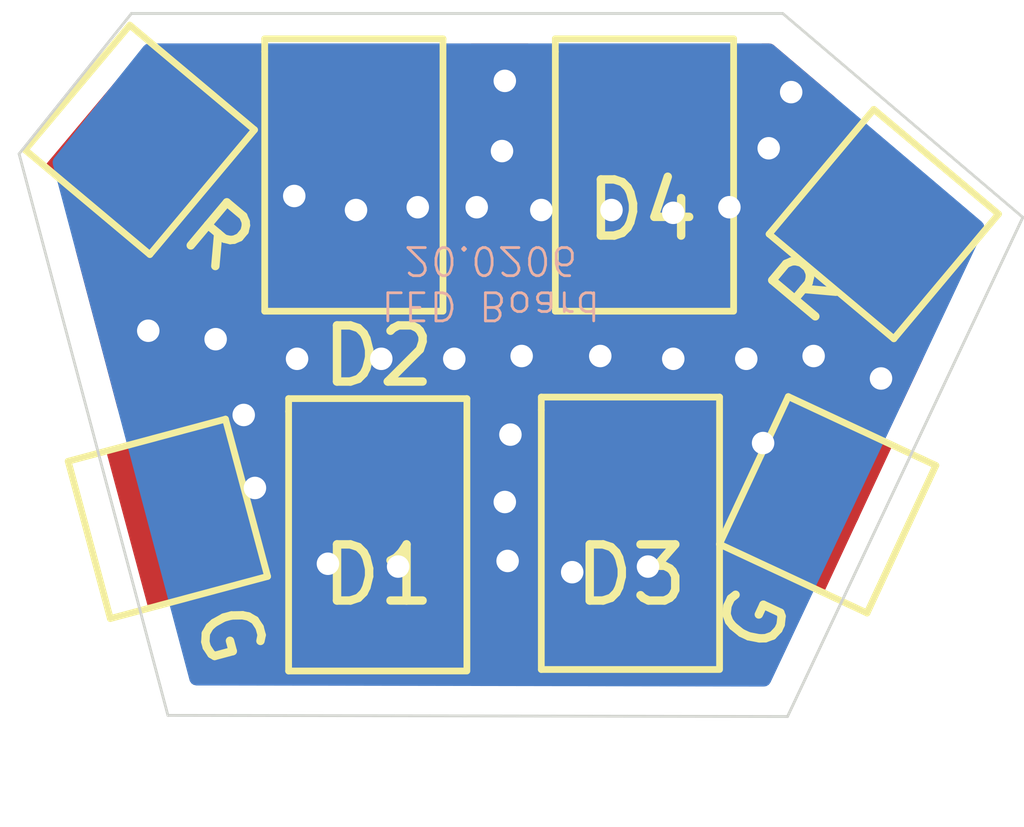
<source format=kicad_pcb>
(kicad_pcb (version 20171130) (host pcbnew 5.1.5-52549c5~84~ubuntu18.04.1)

  (general
    (thickness 1.6)
    (drawings 7)
    (tracks 47)
    (zones 0)
    (modules 8)
    (nets 8)
  )

  (page A4)
  (layers
    (0 F.Cu signal)
    (31 B.Cu signal)
    (32 B.Adhes user)
    (33 F.Adhes user)
    (34 B.Paste user)
    (35 F.Paste user)
    (36 B.SilkS user)
    (37 F.SilkS user)
    (38 B.Mask user)
    (39 F.Mask user)
    (40 Dwgs.User user)
    (41 Cmts.User user)
    (42 Eco1.User user)
    (43 Eco2.User user)
    (44 Edge.Cuts user)
    (45 Margin user)
    (46 B.CrtYd user)
    (47 F.CrtYd user)
    (48 B.Fab user)
    (49 F.Fab user hide)
  )

  (setup
    (last_trace_width 1.2)
    (user_trace_width 1.2)
    (trace_clearance 0.2)
    (zone_clearance 0.508)
    (zone_45_only no)
    (trace_min 0.2)
    (via_size 0.8)
    (via_drill 0.4)
    (via_min_size 0.4)
    (via_min_drill 0.3)
    (uvia_size 0.3)
    (uvia_drill 0.1)
    (uvias_allowed no)
    (uvia_min_size 0.2)
    (uvia_min_drill 0.1)
    (edge_width 0.05)
    (segment_width 0.2)
    (pcb_text_width 0.3)
    (pcb_text_size 1.5 1.5)
    (mod_edge_width 0.12)
    (mod_text_size 1 1)
    (mod_text_width 0.15)
    (pad_size 2.9 1.9)
    (pad_drill 0)
    (pad_to_mask_clearance 0.051)
    (solder_mask_min_width 0.25)
    (aux_axis_origin 0 0)
    (visible_elements FFFFFF7F)
    (pcbplotparams
      (layerselection 0x010fc_ffffffff)
      (usegerberextensions false)
      (usegerberattributes false)
      (usegerberadvancedattributes false)
      (creategerberjobfile false)
      (excludeedgelayer true)
      (linewidth 0.100000)
      (plotframeref false)
      (viasonmask false)
      (mode 1)
      (useauxorigin false)
      (hpglpennumber 1)
      (hpglpenspeed 20)
      (hpglpendiameter 15.000000)
      (psnegative false)
      (psa4output false)
      (plotreference true)
      (plotvalue true)
      (plotinvisibletext false)
      (padsonsilk false)
      (subtractmaskfromsilk false)
      (outputformat 1)
      (mirror false)
      (drillshape 0)
      (scaleselection 1)
      (outputdirectory "LED_Gerber/"))
  )

  (net 0 "")
  (net 1 "Net-(D1-Pad1)")
  (net 2 "Net-(D2-Pad1)")
  (net 3 /R_IN)
  (net 4 /G_IN)
  (net 5 /R_OUT)
  (net 6 /G_OUT)
  (net 7 /THM)

  (net_class Default "This is the default net class."
    (clearance 0.2)
    (trace_width 0.25)
    (via_dia 0.8)
    (via_drill 0.4)
    (uvia_dia 0.3)
    (uvia_drill 0.1)
    (add_net /G_IN)
    (add_net /G_OUT)
    (add_net /R_IN)
    (add_net /R_OUT)
    (add_net /THM)
    (add_net "Net-(D1-Pad1)")
    (add_net "Net-(D2-Pad1)")
  )

  (module TestPoint:TestPoint_Pad_2.5x2.5mm (layer F.Cu) (tedit 5E3CBA99) (tstamp 5E3CBCAC)
    (at 185.5 96.75 155)
    (descr "SMD rectangular pad as test Point, square 2.5mm side length")
    (tags "test point SMD pad rectangle square")
    (path /5E3B42D1)
    (attr virtual)
    (fp_text reference G (at 0.311833 -2.407335 245) (layer F.SilkS)
      (effects (font (size 1 1) (thickness 0.15)))
    )
    (fp_text value TestPoint (at 0 2.25 155) (layer F.Fab)
      (effects (font (size 1 1) (thickness 0.15)))
    )
    (fp_line (start 1.75 1.75) (end -1.75 1.75) (layer F.CrtYd) (width 0.05))
    (fp_line (start 1.75 1.75) (end 1.75 -1.75) (layer F.CrtYd) (width 0.05))
    (fp_line (start -1.75 -1.75) (end -1.75 1.75) (layer F.CrtYd) (width 0.05))
    (fp_line (start -1.75 -1.75) (end 1.75 -1.75) (layer F.CrtYd) (width 0.05))
    (fp_line (start -1.45 1.45) (end -1.45 -1.45) (layer F.SilkS) (width 0.12))
    (fp_line (start 1.45 1.45) (end -1.45 1.45) (layer F.SilkS) (width 0.12))
    (fp_line (start 1.45 -1.45) (end 1.45 1.45) (layer F.SilkS) (width 0.12))
    (fp_line (start -1.45 -1.45) (end 1.45 -1.45) (layer F.SilkS) (width 0.12))
    (fp_text user %R (at 0 -2.15 155) (layer F.Fab)
      (effects (font (size 1 1) (thickness 0.15)))
    )
    (pad 1 smd rect (at 0 0 155) (size 1.2 3) (layers F.Cu F.Mask)
      (net 6 /G_OUT))
  )

  (module TestPoint:TestPoint_Pad_2.5x2.5mm (layer F.Cu) (tedit 5E3CB9F1) (tstamp 5E3CBC9E)
    (at 186.5 91.75 50)
    (descr "SMD rectangular pad as test Point, square 2.5mm side length")
    (tags "test point SMD pad rectangle square")
    (path /5E3B34FE)
    (attr virtual)
    (fp_text reference R (at -1.780854 -0.333256 50) (layer F.SilkS)
      (effects (font (size 1 1) (thickness 0.15)))
    )
    (fp_text value TestPoint (at 0 2.25 50) (layer F.Fab)
      (effects (font (size 1 1) (thickness 0.15)))
    )
    (fp_line (start 1.75 1.75) (end -1.75 1.75) (layer F.CrtYd) (width 0.05))
    (fp_line (start 1.75 1.75) (end 1.75 -1.75) (layer F.CrtYd) (width 0.05))
    (fp_line (start -1.75 -1.75) (end -1.75 1.75) (layer F.CrtYd) (width 0.05))
    (fp_line (start -1.75 -1.75) (end 1.75 -1.75) (layer F.CrtYd) (width 0.05))
    (fp_line (start -1.45 1.45) (end -1.45 -1.45) (layer F.SilkS) (width 0.12))
    (fp_line (start 1.45 1.45) (end -1.45 1.45) (layer F.SilkS) (width 0.12))
    (fp_line (start 1.45 -1.45) (end 1.45 1.45) (layer F.SilkS) (width 0.12))
    (fp_line (start -1.45 -1.45) (end 1.45 -1.45) (layer F.SilkS) (width 0.12))
    (fp_text user %R (at 0 -2.15 50) (layer F.Fab)
      (effects (font (size 1 1) (thickness 0.15)))
    )
    (pad 1 smd rect (at 0 0 50) (size 2 3) (layers F.Cu F.Mask)
      (net 5 /R_OUT))
  )

  (module TestPoint:TestPoint_Pad_2.5x2.5mm (layer F.Cu) (tedit 5E3CBA85) (tstamp 5E3CBC90)
    (at 173.75 97 15)
    (descr "SMD rectangular pad as test Point, square 2.5mm side length")
    (tags "test point SMD pad rectangle square")
    (path /5E3BA7A9)
    (attr virtual)
    (fp_text reference G (at 0.531939 2.264849 105) (layer F.SilkS)
      (effects (font (size 1 1) (thickness 0.15)))
    )
    (fp_text value TestPoint (at 0 2.25 15) (layer F.Fab)
      (effects (font (size 1 1) (thickness 0.15)))
    )
    (fp_line (start 1.75 1.75) (end -1.75 1.75) (layer F.CrtYd) (width 0.05))
    (fp_line (start 1.75 1.75) (end 1.75 -1.75) (layer F.CrtYd) (width 0.05))
    (fp_line (start -1.75 -1.75) (end -1.75 1.75) (layer F.CrtYd) (width 0.05))
    (fp_line (start -1.75 -1.75) (end 1.75 -1.75) (layer F.CrtYd) (width 0.05))
    (fp_line (start -1.45 1.45) (end -1.45 -1.45) (layer F.SilkS) (width 0.12))
    (fp_line (start 1.45 1.45) (end -1.45 1.45) (layer F.SilkS) (width 0.12))
    (fp_line (start 1.45 -1.45) (end 1.45 1.45) (layer F.SilkS) (width 0.12))
    (fp_line (start -1.45 -1.45) (end 1.45 -1.45) (layer F.SilkS) (width 0.12))
    (fp_text user %R (at 0 -2.15 15) (layer F.Fab)
      (effects (font (size 1 1) (thickness 0.15)))
    )
    (pad 1 smd rect (at 0 0 15) (size 1.5 3) (layers F.Cu F.Mask)
      (net 4 /G_IN))
  )

  (module TestPoint:TestPoint_Pad_2.5x2.5mm (layer F.Cu) (tedit 5E3CB929) (tstamp 5E3CC458)
    (at 173.25 90.25 140)
    (descr "SMD rectangular pad as test Point, square 2.5mm side length")
    (tags "test point SMD pad rectangle square")
    (path /5E3BC1D9)
    (attr virtual)
    (fp_text reference R (at -2.165201 -0.402373 140) (layer F.SilkS)
      (effects (font (size 1 1) (thickness 0.15)))
    )
    (fp_text value TestPoint (at 0 2.25 140) (layer F.Fab)
      (effects (font (size 1 1) (thickness 0.15)))
    )
    (fp_line (start 1.75 1.75) (end -1.75 1.75) (layer F.CrtYd) (width 0.05))
    (fp_line (start 1.75 1.75) (end 1.75 -1.75) (layer F.CrtYd) (width 0.05))
    (fp_line (start -1.75 -1.75) (end -1.75 1.75) (layer F.CrtYd) (width 0.05))
    (fp_line (start -1.75 -1.75) (end 1.75 -1.75) (layer F.CrtYd) (width 0.05))
    (fp_line (start -1.45 1.45) (end -1.45 -1.45) (layer F.SilkS) (width 0.12))
    (fp_line (start 1.45 1.45) (end -1.45 1.45) (layer F.SilkS) (width 0.12))
    (fp_line (start 1.45 -1.45) (end 1.45 1.45) (layer F.SilkS) (width 0.12))
    (fp_line (start -1.45 -1.45) (end 1.45 -1.45) (layer F.SilkS) (width 0.12))
    (fp_text user %R (at 0 -2.15 140) (layer F.Fab)
      (effects (font (size 1 1) (thickness 0.15)))
    )
    (pad 1 smd rect (at 0 0 140) (size 2 3) (layers F.Cu F.Mask)
      (net 3 /R_IN))
  )

  (module aero_footprint:LXML-PM01 (layer F.Cu) (tedit 5E3C5EFD) (tstamp 5E3CB8B7)
    (at 181.6698 102.223 180)
    (path /5E3C7379)
    (fp_text reference D4 (at -0.5302 10.723) (layer F.SilkS)
      (effects (font (size 1 1) (thickness 0.15)))
    )
    (fp_text value LED_PAD (at 0 -0.5) (layer F.Fab)
      (effects (font (size 1 1) (thickness 0.15)))
    )
    (fp_line (start -1.905 7.1882) (end -1.905 7.3914) (layer F.SilkS) (width 0.12))
    (fp_line (start 1.27 7.1628) (end 1.27 7.3914) (layer F.SilkS) (width 0.12))
    (fp_line (start -1.905 7.1628) (end -1.905 2.5654) (layer F.SilkS) (width 0.12))
    (fp_line (start 1.27 7.3914) (end -1.905 7.3914) (layer F.SilkS) (width 0.12))
    (fp_line (start 1.27 2.54) (end 1.27 7.1628) (layer F.SilkS) (width 0.12))
    (fp_line (start -1.905 2.54) (end 1.27 2.54) (layer F.SilkS) (width 0.12))
    (pad 3 smd rect (at -0.3302 6.223 180) (size 2.9 1.9) (layers F.Cu F.Mask)
      (net 7 /THM) (clearance 0.1))
    (pad 2 smd rect (at 0.5588 2.9972 180) (size 1.3 0.8) (layers F.Cu F.Mask)
      (net 2 "Net-(D2-Pad1)") (clearance 0.1))
    (pad 1 smd rect (at -1.1684 3.0226 180) (size 1.3 0.8) (layers F.Cu F.Mask)
      (net 6 /G_OUT) (clearance 0.1))
  )

  (module aero_footprint:LXML-PM01 (layer F.Cu) (tedit 5E3C5EFD) (tstamp 5E3CC589)
    (at 181.9198 95.842 180)
    (path /5E3B1C57)
    (fp_text reference D3 (at -0.0802 -2.158) (layer F.SilkS)
      (effects (font (size 1 1) (thickness 0.15)))
    )
    (fp_text value LED_PAD (at 0 -0.5) (layer F.Fab)
      (effects (font (size 1 1) (thickness 0.15)))
    )
    (fp_line (start -1.905 7.1882) (end -1.905 7.3914) (layer F.SilkS) (width 0.12))
    (fp_line (start 1.27 7.1628) (end 1.27 7.3914) (layer F.SilkS) (width 0.12))
    (fp_line (start -1.905 7.1628) (end -1.905 2.5654) (layer F.SilkS) (width 0.12))
    (fp_line (start 1.27 7.3914) (end -1.905 7.3914) (layer F.SilkS) (width 0.12))
    (fp_line (start 1.27 2.54) (end 1.27 7.1628) (layer F.SilkS) (width 0.12))
    (fp_line (start -1.905 2.54) (end 1.27 2.54) (layer F.SilkS) (width 0.12))
    (pad 3 smd rect (at -0.3302 6.223 180) (size 2.9 1.9) (layers F.Cu F.Mask)
      (net 7 /THM) (clearance 0.1))
    (pad 2 smd rect (at 0.5588 2.9972 180) (size 1.3 0.8) (layers F.Cu F.Mask)
      (net 1 "Net-(D1-Pad1)") (clearance 0.1))
    (pad 1 smd rect (at -1.1684 3.0226 180) (size 1.3 0.8) (layers F.Cu F.Mask)
      (net 5 /R_OUT) (clearance 0.1))
  )

  (module aero_footprint:LXML-PM01 (layer F.Cu) (tedit 5E3CBB00) (tstamp 5E3C64B5)
    (at 177.1698 102.25 180)
    (path /5E3B23E8)
    (fp_text reference D2 (at -0.3302 8.15) (layer F.SilkS)
      (effects (font (size 1 1) (thickness 0.15)))
    )
    (fp_text value LED_PAD (at 0 -0.5) (layer F.Fab)
      (effects (font (size 1 1) (thickness 0.15)))
    )
    (fp_line (start -1.905 7.1882) (end -1.905 7.3914) (layer F.SilkS) (width 0.12))
    (fp_line (start 1.27 7.1628) (end 1.27 7.3914) (layer F.SilkS) (width 0.12))
    (fp_line (start -1.905 7.1628) (end -1.905 2.5654) (layer F.SilkS) (width 0.12))
    (fp_line (start 1.27 7.3914) (end -1.905 7.3914) (layer F.SilkS) (width 0.12))
    (fp_line (start 1.27 2.54) (end 1.27 7.1628) (layer F.SilkS) (width 0.12))
    (fp_line (start -1.905 2.54) (end 1.27 2.54) (layer F.SilkS) (width 0.12))
    (pad 3 smd rect (at -0.3302 6.223 180) (size 2.9 1.9) (layers F.Cu F.Mask)
      (net 7 /THM) (clearance 0.1))
    (pad 2 smd rect (at 0.5588 2.9972 180) (size 1.3 0.8) (layers F.Cu F.Mask)
      (net 4 /G_IN) (clearance 0.1))
    (pad 1 smd rect (at -1.1684 3.0226 180) (size 1.3 0.8) (layers F.Cu F.Mask)
      (net 2 "Net-(D2-Pad1)") (clearance 0.1))
  )

  (module aero_footprint:LXML-PM01 (layer F.Cu) (tedit 5E3CBBB6) (tstamp 5E3C64A8)
    (at 176.7438 95.842 180)
    (path /5E3B173C)
    (fp_text reference D1 (at -0.7562 -2.158) (layer F.SilkS)
      (effects (font (size 1 1) (thickness 0.15)))
    )
    (fp_text value LED_PAD (at 0 -0.5) (layer F.Fab)
      (effects (font (size 1 1) (thickness 0.15)))
    )
    (fp_line (start -1.905 7.1882) (end -1.905 7.3914) (layer F.SilkS) (width 0.12))
    (fp_line (start 1.27 7.1628) (end 1.27 7.3914) (layer F.SilkS) (width 0.12))
    (fp_line (start -1.905 7.1628) (end -1.905 2.5654) (layer F.SilkS) (width 0.12))
    (fp_line (start 1.27 7.3914) (end -1.905 7.3914) (layer F.SilkS) (width 0.12))
    (fp_line (start 1.27 2.54) (end 1.27 7.1628) (layer F.SilkS) (width 0.12))
    (fp_line (start -1.905 2.54) (end 1.27 2.54) (layer F.SilkS) (width 0.12))
    (pad 3 smd rect (at -0.3302 6.223 180) (size 2.9 1.9) (layers F.Cu F.Mask)
      (net 7 /THM) (clearance 0.1))
    (pad 2 smd rect (at 0.5588 2.9972 180) (size 1.3 0.8) (layers F.Cu F.Mask)
      (net 3 /R_IN) (clearance 0.1))
    (pad 1 smd rect (at -1.1684 3.0226 180) (size 1.3 0.8) (layers F.Cu F.Mask)
      (net 1 "Net-(D1-Pad1)") (clearance 0.1))
  )

  (gr_text "LED Board\n20.0206" (at 179.5 92.8 180) (layer B.SilkS)
    (effects (font (size 0.5 0.5) (thickness 0.05)) (justify mirror))
  )
  (gr_line (start 184.785 100.5205) (end 173.75 100.5) (layer Edge.Cuts) (width 0.05))
  (gr_line (start 171.1 90.5) (end 173.75 100.5) (layer Edge.Cuts) (width 0.05) (tstamp 5E3C6727))
  (gr_line (start 173.1 88) (end 171.1 90.5) (layer Edge.Cuts) (width 0.05))
  (gr_line (start 184.7 88) (end 173.1 88) (layer Edge.Cuts) (width 0.05))
  (gr_line (start 188.976 91.6305) (end 184.785 100.5205) (layer Edge.Cuts) (width 0.05) (tstamp 5E3C6723))
  (gr_line (start 184.7 88) (end 188.976 91.6305) (layer Edge.Cuts) (width 0.05))

  (segment (start 177.9376 92.8448) (end 177.9122 92.8194) (width 1.2) (layer F.Cu) (net 1))
  (segment (start 181.361 92.8448) (end 177.9376 92.8448) (width 1.2) (layer F.Cu) (net 1))
  (segment (start 181.1094 99.2274) (end 181.111 99.2258) (width 1.2) (layer F.Cu) (net 2))
  (segment (start 178.3382 99.2274) (end 181.1094 99.2274) (width 1.2) (layer F.Cu) (net 2))
  (segment (start 175.8448 92.8448) (end 173.25 90.25) (width 1.2) (layer F.Cu) (net 3))
  (segment (start 176.185 92.8448) (end 175.8448 92.8448) (width 1.2) (layer F.Cu) (net 3))
  (segment (start 174.81066 98.06066) (end 174.81066 98.31066) (width 1.2) (layer F.Cu) (net 4))
  (segment (start 173.75 97) (end 174.81066 98.06066) (width 1.2) (layer F.Cu) (net 4))
  (segment (start 175.7528 99.2528) (end 176.611 99.2528) (width 1.2) (layer F.Cu) (net 4))
  (segment (start 174.81066 98.31066) (end 175.7528 99.2528) (width 1.2) (layer F.Cu) (net 4))
  (segment (start 185.4306 92.8194) (end 186.5 91.75) (width 1.2) (layer F.Cu) (net 5))
  (segment (start 183.0882 92.8194) (end 185.4306 92.8194) (width 1.2) (layer F.Cu) (net 5))
  (segment (start 183.0496 99.2004) (end 185.5 96.75) (width 1.2) (layer F.Cu) (net 6))
  (segment (start 182.8382 99.2004) (end 183.0496 99.2004) (width 1.2) (layer F.Cu) (net 6))
  (via (at 181.65 91.5) (size 0.8) (drill 0.4) (layers F.Cu B.Cu) (net 7))
  (via (at 177.1 91.5) (size 0.8) (drill 0.4) (layers F.Cu B.Cu) (net 7))
  (via (at 174.6 93.8) (size 0.8) (drill 0.4) (layers F.Cu B.Cu) (net 7))
  (via (at 176.05 94.15) (size 0.8) (drill 0.4) (layers F.Cu B.Cu) (net 7))
  (via (at 177.55 94.15) (size 0.8) (drill 0.4) (layers F.Cu B.Cu) (net 7))
  (via (at 178.85 94.15) (size 0.8) (drill 0.4) (layers F.Cu B.Cu) (net 7))
  (via (at 180.05 94.1) (size 0.8) (drill 0.4) (layers F.Cu B.Cu) (net 7))
  (via (at 181.45 94.1) (size 0.8) (drill 0.4) (layers F.Cu B.Cu) (net 7))
  (via (at 182.75 94.15) (size 0.8) (drill 0.4) (layers F.Cu B.Cu) (net 7))
  (via (at 184.05 94.15) (size 0.8) (drill 0.4) (layers F.Cu B.Cu) (net 7))
  (via (at 185.25 94.1) (size 0.8) (drill 0.4) (layers F.Cu B.Cu) (net 7))
  (via (at 186.45 94.5) (size 0.8) (drill 0.4) (layers F.Cu B.Cu) (net 7))
  (via (at 173.4 93.65) (size 0.8) (drill 0.4) (layers F.Cu B.Cu) (net 7))
  (via (at 175.1 95.15) (size 0.8) (drill 0.4) (layers F.Cu B.Cu) (net 7))
  (via (at 175.3 96.45) (size 0.8) (drill 0.4) (layers F.Cu B.Cu) (net 7))
  (via (at 176.6 97.8) (size 0.8) (drill 0.4) (layers F.Cu B.Cu) (net 7))
  (via (at 177.85 97.85) (size 0.8) (drill 0.4) (layers F.Cu B.Cu) (net 7))
  (via (at 179.8 97.75) (size 0.8) (drill 0.4) (layers F.Cu B.Cu) (net 7))
  (via (at 179.75 96.7) (size 0.8) (drill 0.4) (layers F.Cu B.Cu) (net 7))
  (via (at 179.85 95.5) (size 0.8) (drill 0.4) (layers F.Cu B.Cu) (net 7))
  (via (at 180.95 97.95) (size 0.8) (drill 0.4) (layers F.Cu B.Cu) (net 7))
  (via (at 182.3 97.85) (size 0.8) (drill 0.4) (layers F.Cu B.Cu) (net 7))
  (via (at 184.35 95.65) (size 0.8) (drill 0.4) (layers F.Cu B.Cu) (net 7))
  (via (at 178.2 91.45) (size 0.8) (drill 0.4) (layers F.Cu B.Cu) (net 7))
  (via (at 176 91.25) (size 0.8) (drill 0.4) (layers F.Cu B.Cu) (net 7))
  (via (at 179.25 91.45) (size 0.8) (drill 0.4) (layers F.Cu B.Cu) (net 7))
  (via (at 180.4 91.5) (size 0.8) (drill 0.4) (layers F.Cu B.Cu) (net 7))
  (via (at 182.75 91.55) (size 0.8) (drill 0.4) (layers F.Cu B.Cu) (net 7))
  (via (at 183.75 91.45) (size 0.8) (drill 0.4) (layers F.Cu B.Cu) (net 7))
  (via (at 184.45 90.4) (size 0.8) (drill 0.4) (layers F.Cu B.Cu) (net 7))
  (via (at 184.85 89.4) (size 0.8) (drill 0.4) (layers F.Cu B.Cu) (net 7))
  (via (at 179.75 89.2) (size 0.8) (drill 0.4) (layers F.Cu B.Cu) (net 7))
  (via (at 179.7 90.45) (size 0.8) (drill 0.4) (layers F.Cu B.Cu) (net 7))

  (zone (net 7) (net_name /THM) (layer F.Cu) (tstamp 5E3CC5B5) (hatch edge 0.508)
    (connect_pads (clearance 0.508))
    (min_thickness 0.254)
    (fill yes (arc_segments 32) (thermal_gap 0.508) (thermal_bridge_width 0.508))
    (polygon
      (pts
        (xy 188.75 91.75) (xy 184.5 100.25) (xy 174 100.25) (xy 171.5 90.75) (xy 173.5 88.25)
        (xy 184.5 88.25)
      )
    )
    (filled_polygon
      (pts
        (xy 172.641718 92.530646) (xy 172.744957 92.601269) (xy 172.859991 92.650394) (xy 172.982398 92.676134) (xy 173.107475 92.677498)
        (xy 173.230414 92.654435) (xy 173.346492 92.607831) (xy 173.451247 92.539476) (xy 173.540654 92.451999) (xy 173.615841 92.362395)
        (xy 174.928626 93.67518) (xy 174.967298 93.722302) (xy 175.155351 93.876633) (xy 175.369899 93.991311) (xy 175.602698 94.06193)
        (xy 175.784135 94.0798) (xy 175.784144 94.0798) (xy 175.844799 94.085774) (xy 175.905454 94.0798) (xy 176.245665 94.0798)
        (xy 176.427102 94.06193) (xy 176.659901 93.991311) (xy 176.869051 93.879518) (xy 176.959482 93.870612) (xy 177.07918 93.834302)
        (xy 177.087352 93.829934) (xy 177.137718 93.845212) (xy 177.219703 93.853287) (xy 177.248151 93.876633) (xy 177.462699 93.991311)
        (xy 177.643653 94.046203) (xy 177.695498 94.06193) (xy 177.937599 94.085775) (xy 177.998264 94.0798) (xy 181.421665 94.0798)
        (xy 181.603102 94.06193) (xy 181.835901 93.991311) (xy 182.045051 93.879518) (xy 182.135482 93.870612) (xy 182.25518 93.834302)
        (xy 182.263352 93.829934) (xy 182.313718 93.845212) (xy 182.404149 93.854118) (xy 182.613299 93.965911) (xy 182.846098 94.03653)
        (xy 183.027535 94.0544) (xy 185.369935 94.0544) (xy 185.4306 94.060375) (xy 185.491265 94.0544) (xy 185.574491 94.046203)
        (xy 185.672702 94.03653) (xy 185.905501 93.965911) (xy 186.120049 93.851233) (xy 186.28977 93.711947) (xy 186.596134 93.969017)
        (xy 186.699374 94.039641) (xy 186.814407 94.088766) (xy 186.936814 94.114506) (xy 187.061891 94.11587) (xy 187.075901 94.113242)
        (xy 186.684595 94.943284) (xy 185.859804 94.558677) (xy 185.741804 94.517181) (xy 185.617975 94.499502) (xy 185.493077 94.506321)
        (xy 185.37191 94.537375) (xy 185.259128 94.591472) (xy 185.159068 94.666531) (xy 185.075573 94.759669) (xy 185.011853 94.867306)
        (xy 184.466389 96.037057) (xy 184.085611 96.417835) (xy 184.085 96.28575) (xy 183.92625 96.127) (xy 182.127 96.127)
        (xy 182.127 97.42625) (xy 182.28575 97.585) (xy 182.916782 97.586665) (xy 182.487118 98.016329) (xy 182.363299 98.053889)
        (xy 182.154149 98.165682) (xy 182.063718 98.174588) (xy 181.94402 98.210898) (xy 181.935848 98.215266) (xy 181.885482 98.199988)
        (xy 181.795051 98.191082) (xy 181.5859 98.079289) (xy 181.353102 98.00867) (xy 181.111 97.984825) (xy 181.03409 97.9924)
        (xy 178.277535 97.9924) (xy 178.096098 98.01027) (xy 177.863299 98.080889) (xy 177.654149 98.192682) (xy 177.563718 98.201588)
        (xy 177.44402 98.237898) (xy 177.435848 98.242266) (xy 177.385482 98.226988) (xy 177.295051 98.218082) (xy 177.085901 98.106289)
        (xy 176.853102 98.03567) (xy 176.671665 98.0178) (xy 176.264354 98.0178) (xy 176.011539 97.764985) (xy 175.988625 97.689448)
        (xy 175.963478 97.606551) (xy 176.05 97.615072) (xy 177.21425 97.612) (xy 177.373 97.45325) (xy 177.373 96.154)
        (xy 177.627 96.154) (xy 177.627 97.45325) (xy 177.78575 97.612) (xy 178.95 97.615072) (xy 179.074482 97.602812)
        (xy 179.19418 97.566502) (xy 179.304494 97.507537) (xy 179.401185 97.428185) (xy 179.480537 97.331494) (xy 179.539502 97.22118)
        (xy 179.575812 97.101482) (xy 179.588072 96.977) (xy 179.587948 96.95) (xy 179.911928 96.95) (xy 179.924188 97.074482)
        (xy 179.960498 97.19418) (xy 180.019463 97.304494) (xy 180.098815 97.401185) (xy 180.195506 97.480537) (xy 180.30582 97.539502)
        (xy 180.425518 97.575812) (xy 180.55 97.588072) (xy 181.71425 97.585) (xy 181.873 97.42625) (xy 181.873 96.127)
        (xy 180.07375 96.127) (xy 179.915 96.28575) (xy 179.911928 96.95) (xy 179.587948 96.95) (xy 179.585 96.31275)
        (xy 179.42625 96.154) (xy 177.627 96.154) (xy 177.373 96.154) (xy 175.57375 96.154) (xy 175.415 96.31275)
        (xy 175.412212 96.915658) (xy 175.073747 96.577194) (xy 174.702546 95.191852) (xy 174.659319 95.077) (xy 175.411928 95.077)
        (xy 175.415 95.74125) (xy 175.57375 95.9) (xy 177.373 95.9) (xy 177.373 94.60075) (xy 177.627 94.60075)
        (xy 177.627 95.9) (xy 179.42625 95.9) (xy 179.585 95.74125) (xy 179.588072 95.077) (xy 179.585413 95.05)
        (xy 179.911928 95.05) (xy 179.915 95.71425) (xy 180.07375 95.873) (xy 181.873 95.873) (xy 181.873 94.57375)
        (xy 182.127 94.57375) (xy 182.127 95.873) (xy 183.92625 95.873) (xy 184.085 95.71425) (xy 184.088072 95.05)
        (xy 184.075812 94.925518) (xy 184.039502 94.80582) (xy 183.980537 94.695506) (xy 183.901185 94.598815) (xy 183.804494 94.519463)
        (xy 183.69418 94.460498) (xy 183.574482 94.424188) (xy 183.45 94.411928) (xy 182.28575 94.415) (xy 182.127 94.57375)
        (xy 181.873 94.57375) (xy 181.71425 94.415) (xy 180.55 94.411928) (xy 180.425518 94.424188) (xy 180.30582 94.460498)
        (xy 180.195506 94.519463) (xy 180.098815 94.598815) (xy 180.019463 94.695506) (xy 179.960498 94.80582) (xy 179.924188 94.925518)
        (xy 179.911928 95.05) (xy 179.585413 95.05) (xy 179.575812 94.952518) (xy 179.539502 94.83282) (xy 179.480537 94.722506)
        (xy 179.401185 94.625815) (xy 179.304494 94.546463) (xy 179.19418 94.487498) (xy 179.074482 94.451188) (xy 178.95 94.438928)
        (xy 177.78575 94.442) (xy 177.627 94.60075) (xy 177.373 94.60075) (xy 177.21425 94.442) (xy 176.05 94.438928)
        (xy 175.925518 94.451188) (xy 175.80582 94.487498) (xy 175.695506 94.546463) (xy 175.598815 94.625815) (xy 175.519463 94.722506)
        (xy 175.460498 94.83282) (xy 175.424188 94.952518) (xy 175.411928 95.077) (xy 174.659319 95.077) (xy 174.658485 95.074785)
        (xy 174.592432 94.968563) (xy 174.506926 94.877269) (xy 174.405252 94.80441) (xy 174.291317 94.752787) (xy 174.169501 94.724384)
        (xy 174.044484 94.720291) (xy 173.921071 94.740667) (xy 172.973819 94.994483) (xy 172.229166 92.184474)
      )
    )
    (filled_polygon
      (pts
        (xy 180.161928 88.669) (xy 180.165 89.33325) (xy 180.32375 89.492) (xy 182.123 89.492) (xy 182.123 89.472)
        (xy 182.377 89.472) (xy 182.377 89.492) (xy 184.17625 89.492) (xy 184.335 89.33325) (xy 184.338072 88.669)
        (xy 184.337186 88.66) (xy 184.457609 88.66) (xy 185.537987 89.577285) (xy 185.504929 89.609629) (xy 184.219354 91.141718)
        (xy 184.148731 91.244957) (xy 184.099606 91.359991) (xy 184.073866 91.482398) (xy 184.072754 91.5844) (xy 183.027535 91.5844)
        (xy 182.846098 91.60227) (xy 182.613299 91.672889) (xy 182.404149 91.784682) (xy 182.313718 91.793588) (xy 182.19402 91.829898)
        (xy 182.185848 91.834266) (xy 182.135482 91.818988) (xy 182.045051 91.810082) (xy 181.835901 91.698289) (xy 181.603102 91.62767)
        (xy 181.421665 91.6098) (xy 178.179125 91.6098) (xy 178.154302 91.60227) (xy 177.9122 91.578425) (xy 177.670098 91.60227)
        (xy 177.437301 91.672889) (xy 177.228153 91.784681) (xy 177.137718 91.793588) (xy 177.01802 91.829898) (xy 177.009848 91.834266)
        (xy 176.959482 91.818988) (xy 176.869051 91.810082) (xy 176.659901 91.698289) (xy 176.427102 91.62767) (xy 176.368447 91.621893)
        (xy 175.952758 91.206205) (xy 176.78825 91.204) (xy 176.947 91.04525) (xy 176.947 89.746) (xy 177.201 89.746)
        (xy 177.201 91.04525) (xy 177.35975 91.204) (xy 178.524 91.207072) (xy 178.648482 91.194812) (xy 178.76818 91.158502)
        (xy 178.878494 91.099537) (xy 178.975185 91.020185) (xy 179.054537 90.923494) (xy 179.113502 90.81318) (xy 179.149812 90.693482)
        (xy 179.162072 90.569) (xy 180.161928 90.569) (xy 180.174188 90.693482) (xy 180.210498 90.81318) (xy 180.269463 90.923494)
        (xy 180.348815 91.020185) (xy 180.445506 91.099537) (xy 180.55582 91.158502) (xy 180.675518 91.194812) (xy 180.8 91.207072)
        (xy 181.96425 91.204) (xy 182.123 91.04525) (xy 182.123 89.746) (xy 182.377 89.746) (xy 182.377 91.04525)
        (xy 182.53575 91.204) (xy 183.7 91.207072) (xy 183.824482 91.194812) (xy 183.94418 91.158502) (xy 184.054494 91.099537)
        (xy 184.151185 91.020185) (xy 184.230537 90.923494) (xy 184.289502 90.81318) (xy 184.325812 90.693482) (xy 184.338072 90.569)
        (xy 184.335 89.90475) (xy 184.17625 89.746) (xy 182.377 89.746) (xy 182.123 89.746) (xy 180.32375 89.746)
        (xy 180.165 89.90475) (xy 180.161928 90.569) (xy 179.162072 90.569) (xy 179.159 89.90475) (xy 179.00025 89.746)
        (xy 177.201 89.746) (xy 176.947 89.746) (xy 176.927 89.746) (xy 176.927 89.492) (xy 176.947 89.492)
        (xy 176.947 89.472) (xy 177.201 89.472) (xy 177.201 89.492) (xy 179.00025 89.492) (xy 179.159 89.33325)
        (xy 179.162072 88.669) (xy 179.161186 88.66) (xy 180.162814 88.66)
      )
    )
  )
  (zone (net 7) (net_name /THM) (layer B.Cu) (tstamp 5E3CC5B2) (hatch edge 0.508)
    (connect_pads (clearance 0.508))
    (min_thickness 0.254)
    (fill yes (arc_segments 32) (thermal_gap 0.508) (thermal_bridge_width 0.508))
    (polygon
      (pts
        (xy 188.75 91.75) (xy 184.5 100.25) (xy 174 100.25) (xy 171.5 90.75) (xy 173.5 88.25)
        (xy 184.5 88.25)
      )
    )
    (filled_polygon
      (pts
        (xy 188.163418 91.806386) (xy 184.366846 99.859723) (xy 174.258131 99.840943) (xy 171.823197 90.652518) (xy 173.417212 88.66)
        (xy 184.457609 88.66)
      )
    )
  )
)

</source>
